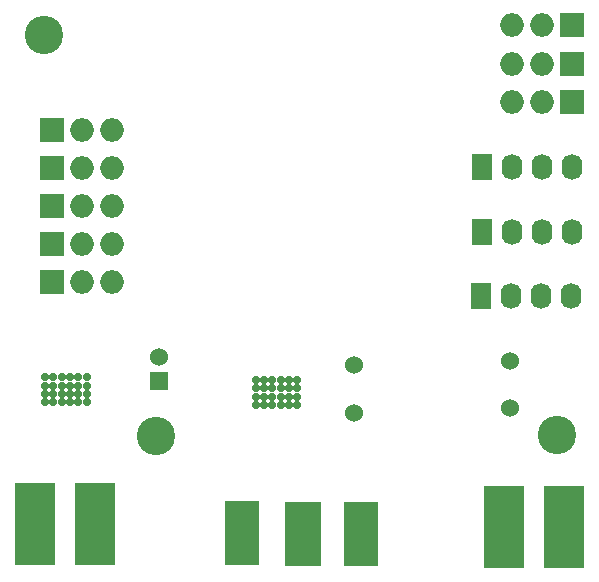
<source format=gbr>
%TF.GenerationSoftware,KiCad,Pcbnew,7.0.1*%
%TF.CreationDate,2023-08-30T01:06:14-03:00*%
%TF.ProjectId,Wakanda_MultiRobot,57616b61-6e64-4615-9f4d-756c7469526f,rev?*%
%TF.SameCoordinates,Original*%
%TF.FileFunction,Soldermask,Bot*%
%TF.FilePolarity,Negative*%
%FSLAX46Y46*%
G04 Gerber Fmt 4.6, Leading zero omitted, Abs format (unit mm)*
G04 Created by KiCad (PCBNEW 7.0.1) date 2023-08-30 01:06:14*
%MOMM*%
%LPD*%
G01*
G04 APERTURE LIST*
%ADD10C,0.700000*%
%ADD11R,3.000000X5.500000*%
%ADD12R,3.100000X5.500000*%
%ADD13R,1.750000X2.200000*%
%ADD14O,1.750000X2.200000*%
%ADD15R,3.500000X7.000000*%
%ADD16R,2.000000X2.000000*%
%ADD17O,2.000000X2.000000*%
%ADD18C,1.524000*%
%ADD19C,3.250000*%
%ADD20R,1.524000X1.524000*%
G04 APERTURE END LIST*
D10*
%TO.C,J1*%
X159260000Y-103170000D03*
X159260000Y-103790000D03*
X159260000Y-104390000D03*
X159260000Y-105010000D03*
X159860000Y-103170000D03*
X159860000Y-103790000D03*
X159860000Y-104390000D03*
X159860000Y-105010000D03*
D11*
X160180000Y-105520000D03*
D10*
X160460000Y-103150000D03*
X160460000Y-103770000D03*
X160460000Y-104370000D03*
X160460000Y-104990000D03*
X161060000Y-103170000D03*
X161060000Y-103790000D03*
X161060000Y-104390000D03*
X161060000Y-105010000D03*
X164360000Y-103250000D03*
X164360000Y-103870000D03*
X164360000Y-104470000D03*
X164360000Y-105090000D03*
X164960000Y-103250000D03*
X164960000Y-103870000D03*
X164960000Y-104470000D03*
X164960000Y-105090000D03*
D12*
X165310000Y-105570000D03*
D10*
X165560000Y-103250000D03*
X165560000Y-103870000D03*
X165560000Y-104470000D03*
X165560000Y-105090000D03*
X166160000Y-103250000D03*
X166160000Y-103870000D03*
X166160000Y-104470000D03*
X166160000Y-105070000D03*
X169470000Y-103870000D03*
X169470000Y-105140000D03*
X169490000Y-103270000D03*
X169490000Y-104540000D03*
X170040000Y-103870000D03*
X170040000Y-105140000D03*
X170060000Y-103270000D03*
X170060000Y-104540000D03*
D11*
X170250000Y-105570000D03*
D10*
X170670000Y-103870000D03*
X170670000Y-105140000D03*
X170690000Y-103270000D03*
X170690000Y-104540000D03*
X171270000Y-103870000D03*
X171270000Y-105140000D03*
X171290000Y-103270000D03*
X171290000Y-104540000D03*
%TD*%
D13*
%TO.C,J9*%
X180440000Y-74500000D03*
D14*
X182980000Y-74500000D03*
X185520000Y-74500000D03*
X188060000Y-74500000D03*
%TD*%
D10*
%TO.C,J12*%
X181500000Y-102880000D03*
X181500000Y-103500000D03*
X181500000Y-104100000D03*
X181500000Y-104720000D03*
X182100000Y-102880000D03*
X182100000Y-103500000D03*
X182100000Y-104100000D03*
X182100000Y-104720000D03*
D15*
X182360000Y-104960000D03*
D10*
X182700000Y-102860000D03*
X182700000Y-103480000D03*
X182700000Y-104080000D03*
X182700000Y-104700000D03*
X183300000Y-102880000D03*
X183300000Y-103500000D03*
X183300000Y-104100000D03*
X183300000Y-104720000D03*
X186600000Y-102880000D03*
X186600000Y-103500000D03*
X186600000Y-104100000D03*
X186600000Y-104720000D03*
X187200000Y-102880000D03*
X187200000Y-103500000D03*
X187200000Y-104100000D03*
X187200000Y-104720000D03*
D15*
X187440000Y-104960000D03*
D10*
X187800000Y-102880000D03*
X187800000Y-103500000D03*
X187800000Y-104100000D03*
X187800000Y-104720000D03*
X188400000Y-102880000D03*
X188400000Y-103500000D03*
X188400000Y-104100000D03*
X188400000Y-104720000D03*
%TD*%
D16*
%TO.C,J4*%
X144060000Y-71400000D03*
D17*
X146600000Y-71400000D03*
X149140000Y-71400000D03*
%TD*%
D18*
%TO.C,C10*%
X182800000Y-94900000D03*
X182800000Y-90900000D03*
%TD*%
D16*
%TO.C,J2*%
X144060000Y-84200000D03*
D17*
X146600000Y-84200000D03*
X149140000Y-84200000D03*
%TD*%
D18*
%TO.C,C9*%
X169600000Y-95300000D03*
X169600000Y-91300000D03*
%TD*%
D16*
%TO.C,J3*%
X144060000Y-81000000D03*
D17*
X146600000Y-81000000D03*
X149140000Y-81000000D03*
%TD*%
D10*
%TO.C,U3*%
X164810000Y-94640000D03*
X164810000Y-93940000D03*
X164810000Y-93240000D03*
X164810000Y-92540000D03*
X164110000Y-94640000D03*
X164110000Y-93940000D03*
X164110000Y-93240000D03*
X164110000Y-92540000D03*
X163410000Y-94640000D03*
X163410000Y-93940000D03*
X163410000Y-93240000D03*
X163410000Y-92540000D03*
X162710000Y-94640000D03*
X162710000Y-93940000D03*
X162710000Y-93240000D03*
X162710000Y-92540000D03*
X162010000Y-94640000D03*
X162010000Y-93940000D03*
X162010000Y-93240000D03*
X162010000Y-92540000D03*
X161310000Y-94640000D03*
X161310000Y-93940000D03*
X161310000Y-93240000D03*
X161310000Y-92540000D03*
%TD*%
D19*
%TO.C,P3*%
X186790000Y-97190000D03*
%TD*%
D20*
%TO.C,C3*%
X153100000Y-92600000D03*
D18*
X153100000Y-90600000D03*
%TD*%
D13*
%TO.C,J10*%
X180420000Y-80000000D03*
D14*
X182960000Y-80000000D03*
X185500000Y-80000000D03*
X188040000Y-80000000D03*
%TD*%
D16*
%TO.C,J7*%
X188115000Y-62500000D03*
D17*
X185575000Y-62500000D03*
X183035000Y-62500000D03*
%TD*%
D13*
%TO.C,J14*%
X180390000Y-85400000D03*
D14*
X182930000Y-85400000D03*
X185470000Y-85400000D03*
X188010000Y-85400000D03*
%TD*%
D16*
%TO.C,J6*%
X188040000Y-69000000D03*
D17*
X185500000Y-69000000D03*
X182960000Y-69000000D03*
%TD*%
D10*
%TO.C,U2*%
X146975000Y-94400000D03*
X146975000Y-93700000D03*
X146975000Y-93000000D03*
X146975000Y-92300000D03*
X146275000Y-94400000D03*
X146275000Y-93700000D03*
X146275000Y-93000000D03*
X146275000Y-92300000D03*
X145575000Y-94400000D03*
X145575000Y-93700000D03*
X145575000Y-93000000D03*
X145575000Y-92300000D03*
X144875000Y-94400000D03*
X144875000Y-93700000D03*
X144875000Y-93000000D03*
X144875000Y-92300000D03*
X144175000Y-94400000D03*
X144175000Y-93700000D03*
X144175000Y-93000000D03*
X144175000Y-92300000D03*
X143475000Y-94400000D03*
X143475000Y-93700000D03*
X143475000Y-93000000D03*
X143475000Y-92300000D03*
%TD*%
D16*
%TO.C,J5*%
X188040000Y-65750000D03*
D17*
X185500000Y-65750000D03*
X182960000Y-65750000D03*
%TD*%
D19*
%TO.C,P2*%
X152850000Y-97310000D03*
%TD*%
D16*
%TO.C,SW1*%
X144060000Y-74600000D03*
D17*
X146600000Y-74600000D03*
X149140000Y-74600000D03*
%TD*%
D16*
%TO.C,J8*%
X144060000Y-77800000D03*
D17*
X146600000Y-77800000D03*
X149140000Y-77800000D03*
%TD*%
D19*
%TO.C,P4*%
X143400000Y-63300000D03*
%TD*%
D10*
%TO.C,J11*%
X141750000Y-102630000D03*
X141750000Y-103250000D03*
X141750000Y-103850000D03*
X141750000Y-104470000D03*
X142350000Y-102630000D03*
X142350000Y-103250000D03*
X142350000Y-103850000D03*
X142350000Y-104470000D03*
D15*
X142610000Y-104710000D03*
D10*
X142950000Y-102610000D03*
X142950000Y-103230000D03*
X142950000Y-103830000D03*
X142950000Y-104450000D03*
X143550000Y-102630000D03*
X143550000Y-103250000D03*
X143550000Y-103850000D03*
X143550000Y-104470000D03*
X146850000Y-102630000D03*
X146850000Y-103250000D03*
X146850000Y-103850000D03*
X146850000Y-104470000D03*
X147450000Y-102630000D03*
X147450000Y-103250000D03*
X147450000Y-103850000D03*
X147450000Y-104470000D03*
D15*
X147690000Y-104710000D03*
D10*
X148050000Y-102630000D03*
X148050000Y-103250000D03*
X148050000Y-103850000D03*
X148050000Y-104470000D03*
X148650000Y-102630000D03*
X148650000Y-103250000D03*
X148650000Y-103850000D03*
X148650000Y-104470000D03*
%TD*%
M02*

</source>
